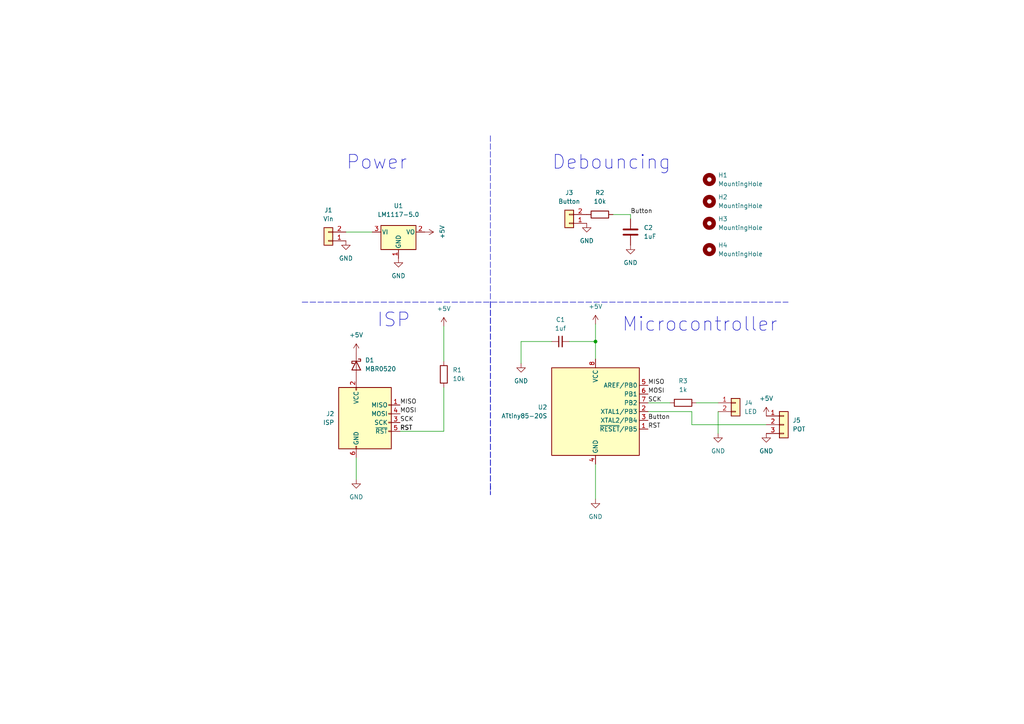
<source format=kicad_sch>
(kicad_sch (version 20211123) (generator eeschema)

  (uuid ff412a01-d20c-460f-b797-9a8c36d51ec3)

  (paper "A4")

  (lib_symbols
    (symbol "Connector:AVR-ISP-6" (pin_names (offset 1.016)) (in_bom yes) (on_board yes)
      (property "Reference" "J" (id 0) (at -6.35 11.43 0)
        (effects (font (size 1.27 1.27)) (justify left))
      )
      (property "Value" "AVR-ISP-6" (id 1) (at 0 11.43 0)
        (effects (font (size 1.27 1.27)) (justify left))
      )
      (property "Footprint" "" (id 2) (at -6.35 1.27 90)
        (effects (font (size 1.27 1.27)) hide)
      )
      (property "Datasheet" " ~" (id 3) (at -32.385 -13.97 0)
        (effects (font (size 1.27 1.27)) hide)
      )
      (property "ki_keywords" "AVR ISP Connector" (id 4) (at 0 0 0)
        (effects (font (size 1.27 1.27)) hide)
      )
      (property "ki_description" "Atmel 6-pin ISP connector" (id 5) (at 0 0 0)
        (effects (font (size 1.27 1.27)) hide)
      )
      (property "ki_fp_filters" "IDC?Header*2x03* Pin?Header*2x03*" (id 6) (at 0 0 0)
        (effects (font (size 1.27 1.27)) hide)
      )
      (symbol "AVR-ISP-6_0_1"
        (rectangle (start -2.667 -6.858) (end -2.413 -7.62)
          (stroke (width 0) (type default) (color 0 0 0 0))
          (fill (type none))
        )
        (rectangle (start -2.667 10.16) (end -2.413 9.398)
          (stroke (width 0) (type default) (color 0 0 0 0))
          (fill (type none))
        )
        (rectangle (start 7.62 -2.413) (end 6.858 -2.667)
          (stroke (width 0) (type default) (color 0 0 0 0))
          (fill (type none))
        )
        (rectangle (start 7.62 0.127) (end 6.858 -0.127)
          (stroke (width 0) (type default) (color 0 0 0 0))
          (fill (type none))
        )
        (rectangle (start 7.62 2.667) (end 6.858 2.413)
          (stroke (width 0) (type default) (color 0 0 0 0))
          (fill (type none))
        )
        (rectangle (start 7.62 5.207) (end 6.858 4.953)
          (stroke (width 0) (type default) (color 0 0 0 0))
          (fill (type none))
        )
        (rectangle (start 7.62 10.16) (end -7.62 -7.62)
          (stroke (width 0.254) (type default) (color 0 0 0 0))
          (fill (type background))
        )
      )
      (symbol "AVR-ISP-6_1_1"
        (pin passive line (at 10.16 5.08 180) (length 2.54)
          (name "MISO" (effects (font (size 1.27 1.27))))
          (number "1" (effects (font (size 1.27 1.27))))
        )
        (pin passive line (at -2.54 12.7 270) (length 2.54)
          (name "VCC" (effects (font (size 1.27 1.27))))
          (number "2" (effects (font (size 1.27 1.27))))
        )
        (pin passive line (at 10.16 0 180) (length 2.54)
          (name "SCK" (effects (font (size 1.27 1.27))))
          (number "3" (effects (font (size 1.27 1.27))))
        )
        (pin passive line (at 10.16 2.54 180) (length 2.54)
          (name "MOSI" (effects (font (size 1.27 1.27))))
          (number "4" (effects (font (size 1.27 1.27))))
        )
        (pin passive line (at 10.16 -2.54 180) (length 2.54)
          (name "~{RST}" (effects (font (size 1.27 1.27))))
          (number "5" (effects (font (size 1.27 1.27))))
        )
        (pin passive line (at -2.54 -10.16 90) (length 2.54)
          (name "GND" (effects (font (size 1.27 1.27))))
          (number "6" (effects (font (size 1.27 1.27))))
        )
      )
    )
    (symbol "Connector_Generic:Conn_01x02" (pin_names (offset 1.016) hide) (in_bom yes) (on_board yes)
      (property "Reference" "J" (id 0) (at 0 2.54 0)
        (effects (font (size 1.27 1.27)))
      )
      (property "Value" "Conn_01x02" (id 1) (at 0 -5.08 0)
        (effects (font (size 1.27 1.27)))
      )
      (property "Footprint" "" (id 2) (at 0 0 0)
        (effects (font (size 1.27 1.27)) hide)
      )
      (property "Datasheet" "~" (id 3) (at 0 0 0)
        (effects (font (size 1.27 1.27)) hide)
      )
      (property "ki_keywords" "connector" (id 4) (at 0 0 0)
        (effects (font (size 1.27 1.27)) hide)
      )
      (property "ki_description" "Generic connector, single row, 01x02, script generated (kicad-library-utils/schlib/autogen/connector/)" (id 5) (at 0 0 0)
        (effects (font (size 1.27 1.27)) hide)
      )
      (property "ki_fp_filters" "Connector*:*_1x??_*" (id 6) (at 0 0 0)
        (effects (font (size 1.27 1.27)) hide)
      )
      (symbol "Conn_01x02_1_1"
        (rectangle (start -1.27 -2.413) (end 0 -2.667)
          (stroke (width 0.1524) (type default) (color 0 0 0 0))
          (fill (type none))
        )
        (rectangle (start -1.27 0.127) (end 0 -0.127)
          (stroke (width 0.1524) (type default) (color 0 0 0 0))
          (fill (type none))
        )
        (rectangle (start -1.27 1.27) (end 1.27 -3.81)
          (stroke (width 0.254) (type default) (color 0 0 0 0))
          (fill (type background))
        )
        (pin passive line (at -5.08 0 0) (length 3.81)
          (name "Pin_1" (effects (font (size 1.27 1.27))))
          (number "1" (effects (font (size 1.27 1.27))))
        )
        (pin passive line (at -5.08 -2.54 0) (length 3.81)
          (name "Pin_2" (effects (font (size 1.27 1.27))))
          (number "2" (effects (font (size 1.27 1.27))))
        )
      )
    )
    (symbol "Connector_Generic:Conn_01x03" (pin_names (offset 1.016) hide) (in_bom yes) (on_board yes)
      (property "Reference" "J" (id 0) (at 0 5.08 0)
        (effects (font (size 1.27 1.27)))
      )
      (property "Value" "Conn_01x03" (id 1) (at 0 -5.08 0)
        (effects (font (size 1.27 1.27)))
      )
      (property "Footprint" "" (id 2) (at 0 0 0)
        (effects (font (size 1.27 1.27)) hide)
      )
      (property "Datasheet" "~" (id 3) (at 0 0 0)
        (effects (font (size 1.27 1.27)) hide)
      )
      (property "ki_keywords" "connector" (id 4) (at 0 0 0)
        (effects (font (size 1.27 1.27)) hide)
      )
      (property "ki_description" "Generic connector, single row, 01x03, script generated (kicad-library-utils/schlib/autogen/connector/)" (id 5) (at 0 0 0)
        (effects (font (size 1.27 1.27)) hide)
      )
      (property "ki_fp_filters" "Connector*:*_1x??_*" (id 6) (at 0 0 0)
        (effects (font (size 1.27 1.27)) hide)
      )
      (symbol "Conn_01x03_1_1"
        (rectangle (start -1.27 -2.413) (end 0 -2.667)
          (stroke (width 0.1524) (type default) (color 0 0 0 0))
          (fill (type none))
        )
        (rectangle (start -1.27 0.127) (end 0 -0.127)
          (stroke (width 0.1524) (type default) (color 0 0 0 0))
          (fill (type none))
        )
        (rectangle (start -1.27 2.667) (end 0 2.413)
          (stroke (width 0.1524) (type default) (color 0 0 0 0))
          (fill (type none))
        )
        (rectangle (start -1.27 3.81) (end 1.27 -3.81)
          (stroke (width 0.254) (type default) (color 0 0 0 0))
          (fill (type background))
        )
        (pin passive line (at -5.08 2.54 0) (length 3.81)
          (name "Pin_1" (effects (font (size 1.27 1.27))))
          (number "1" (effects (font (size 1.27 1.27))))
        )
        (pin passive line (at -5.08 0 0) (length 3.81)
          (name "Pin_2" (effects (font (size 1.27 1.27))))
          (number "2" (effects (font (size 1.27 1.27))))
        )
        (pin passive line (at -5.08 -2.54 0) (length 3.81)
          (name "Pin_3" (effects (font (size 1.27 1.27))))
          (number "3" (effects (font (size 1.27 1.27))))
        )
      )
    )
    (symbol "Device:C" (pin_numbers hide) (pin_names (offset 0.254)) (in_bom yes) (on_board yes)
      (property "Reference" "C" (id 0) (at 0.635 2.54 0)
        (effects (font (size 1.27 1.27)) (justify left))
      )
      (property "Value" "C" (id 1) (at 0.635 -2.54 0)
        (effects (font (size 1.27 1.27)) (justify left))
      )
      (property "Footprint" "" (id 2) (at 0.9652 -3.81 0)
        (effects (font (size 1.27 1.27)) hide)
      )
      (property "Datasheet" "~" (id 3) (at 0 0 0)
        (effects (font (size 1.27 1.27)) hide)
      )
      (property "ki_keywords" "cap capacitor" (id 4) (at 0 0 0)
        (effects (font (size 1.27 1.27)) hide)
      )
      (property "ki_description" "Unpolarized capacitor" (id 5) (at 0 0 0)
        (effects (font (size 1.27 1.27)) hide)
      )
      (property "ki_fp_filters" "C_*" (id 6) (at 0 0 0)
        (effects (font (size 1.27 1.27)) hide)
      )
      (symbol "C_0_1"
        (polyline
          (pts
            (xy -2.032 -0.762)
            (xy 2.032 -0.762)
          )
          (stroke (width 0.508) (type default) (color 0 0 0 0))
          (fill (type none))
        )
        (polyline
          (pts
            (xy -2.032 0.762)
            (xy 2.032 0.762)
          )
          (stroke (width 0.508) (type default) (color 0 0 0 0))
          (fill (type none))
        )
      )
      (symbol "C_1_1"
        (pin passive line (at 0 3.81 270) (length 2.794)
          (name "~" (effects (font (size 1.27 1.27))))
          (number "1" (effects (font (size 1.27 1.27))))
        )
        (pin passive line (at 0 -3.81 90) (length 2.794)
          (name "~" (effects (font (size 1.27 1.27))))
          (number "2" (effects (font (size 1.27 1.27))))
        )
      )
    )
    (symbol "Device:C_Small" (pin_numbers hide) (pin_names (offset 0.254) hide) (in_bom yes) (on_board yes)
      (property "Reference" "C" (id 0) (at 0.254 1.778 0)
        (effects (font (size 1.27 1.27)) (justify left))
      )
      (property "Value" "C_Small" (id 1) (at 0.254 -2.032 0)
        (effects (font (size 1.27 1.27)) (justify left))
      )
      (property "Footprint" "" (id 2) (at 0 0 0)
        (effects (font (size 1.27 1.27)) hide)
      )
      (property "Datasheet" "~" (id 3) (at 0 0 0)
        (effects (font (size 1.27 1.27)) hide)
      )
      (property "ki_keywords" "capacitor cap" (id 4) (at 0 0 0)
        (effects (font (size 1.27 1.27)) hide)
      )
      (property "ki_description" "Unpolarized capacitor, small symbol" (id 5) (at 0 0 0)
        (effects (font (size 1.27 1.27)) hide)
      )
      (property "ki_fp_filters" "C_*" (id 6) (at 0 0 0)
        (effects (font (size 1.27 1.27)) hide)
      )
      (symbol "C_Small_0_1"
        (polyline
          (pts
            (xy -1.524 -0.508)
            (xy 1.524 -0.508)
          )
          (stroke (width 0.3302) (type default) (color 0 0 0 0))
          (fill (type none))
        )
        (polyline
          (pts
            (xy -1.524 0.508)
            (xy 1.524 0.508)
          )
          (stroke (width 0.3048) (type default) (color 0 0 0 0))
          (fill (type none))
        )
      )
      (symbol "C_Small_1_1"
        (pin passive line (at 0 2.54 270) (length 2.032)
          (name "~" (effects (font (size 1.27 1.27))))
          (number "1" (effects (font (size 1.27 1.27))))
        )
        (pin passive line (at 0 -2.54 90) (length 2.032)
          (name "~" (effects (font (size 1.27 1.27))))
          (number "2" (effects (font (size 1.27 1.27))))
        )
      )
    )
    (symbol "Device:R" (pin_numbers hide) (pin_names (offset 0)) (in_bom yes) (on_board yes)
      (property "Reference" "R" (id 0) (at 2.032 0 90)
        (effects (font (size 1.27 1.27)))
      )
      (property "Value" "R" (id 1) (at 0 0 90)
        (effects (font (size 1.27 1.27)))
      )
      (property "Footprint" "" (id 2) (at -1.778 0 90)
        (effects (font (size 1.27 1.27)) hide)
      )
      (property "Datasheet" "~" (id 3) (at 0 0 0)
        (effects (font (size 1.27 1.27)) hide)
      )
      (property "ki_keywords" "R res resistor" (id 4) (at 0 0 0)
        (effects (font (size 1.27 1.27)) hide)
      )
      (property "ki_description" "Resistor" (id 5) (at 0 0 0)
        (effects (font (size 1.27 1.27)) hide)
      )
      (property "ki_fp_filters" "R_*" (id 6) (at 0 0 0)
        (effects (font (size 1.27 1.27)) hide)
      )
      (symbol "R_0_1"
        (rectangle (start -1.016 -2.54) (end 1.016 2.54)
          (stroke (width 0.254) (type default) (color 0 0 0 0))
          (fill (type none))
        )
      )
      (symbol "R_1_1"
        (pin passive line (at 0 3.81 270) (length 1.27)
          (name "~" (effects (font (size 1.27 1.27))))
          (number "1" (effects (font (size 1.27 1.27))))
        )
        (pin passive line (at 0 -3.81 90) (length 1.27)
          (name "~" (effects (font (size 1.27 1.27))))
          (number "2" (effects (font (size 1.27 1.27))))
        )
      )
    )
    (symbol "Diode:MBR0520" (pin_numbers hide) (pin_names (offset 1.016) hide) (in_bom yes) (on_board yes)
      (property "Reference" "D" (id 0) (at 0 2.54 0)
        (effects (font (size 1.27 1.27)))
      )
      (property "Value" "MBR0520" (id 1) (at 0 -2.54 0)
        (effects (font (size 1.27 1.27)))
      )
      (property "Footprint" "Diode_SMD:D_SOD-123" (id 2) (at 0 -4.445 0)
        (effects (font (size 1.27 1.27)) hide)
      )
      (property "Datasheet" "http://www.mccsemi.com/up_pdf/MBR0520~MBR0580(SOD123).pdf" (id 3) (at 0 0 0)
        (effects (font (size 1.27 1.27)) hide)
      )
      (property "ki_keywords" "diode Schottky" (id 4) (at 0 0 0)
        (effects (font (size 1.27 1.27)) hide)
      )
      (property "ki_description" "20V 0.5A Schottky Power Rectifier Diode, SOD-123" (id 5) (at 0 0 0)
        (effects (font (size 1.27 1.27)) hide)
      )
      (property "ki_fp_filters" "D*SOD?123*" (id 6) (at 0 0 0)
        (effects (font (size 1.27 1.27)) hide)
      )
      (symbol "MBR0520_0_1"
        (polyline
          (pts
            (xy 1.27 0)
            (xy -1.27 0)
          )
          (stroke (width 0) (type default) (color 0 0 0 0))
          (fill (type none))
        )
        (polyline
          (pts
            (xy 1.27 1.27)
            (xy 1.27 -1.27)
            (xy -1.27 0)
            (xy 1.27 1.27)
          )
          (stroke (width 0.254) (type default) (color 0 0 0 0))
          (fill (type none))
        )
        (polyline
          (pts
            (xy -1.905 0.635)
            (xy -1.905 1.27)
            (xy -1.27 1.27)
            (xy -1.27 -1.27)
            (xy -0.635 -1.27)
            (xy -0.635 -0.635)
          )
          (stroke (width 0.254) (type default) (color 0 0 0 0))
          (fill (type none))
        )
      )
      (symbol "MBR0520_1_1"
        (pin passive line (at -3.81 0 0) (length 2.54)
          (name "K" (effects (font (size 1.27 1.27))))
          (number "1" (effects (font (size 1.27 1.27))))
        )
        (pin passive line (at 3.81 0 180) (length 2.54)
          (name "A" (effects (font (size 1.27 1.27))))
          (number "2" (effects (font (size 1.27 1.27))))
        )
      )
    )
    (symbol "MCU_Microchip_ATtiny:ATtiny85-20S" (in_bom yes) (on_board yes)
      (property "Reference" "U" (id 0) (at -12.7 13.97 0)
        (effects (font (size 1.27 1.27)) (justify left bottom))
      )
      (property "Value" "ATtiny85-20S" (id 1) (at 2.54 -13.97 0)
        (effects (font (size 1.27 1.27)) (justify left top))
      )
      (property "Footprint" "Package_SO:SOIC-8W_5.3x5.3mm_P1.27mm" (id 2) (at 0 0 0)
        (effects (font (size 1.27 1.27) italic) hide)
      )
      (property "Datasheet" "http://ww1.microchip.com/downloads/en/DeviceDoc/atmel-2586-avr-8-bit-microcontroller-attiny25-attiny45-attiny85_datasheet.pdf" (id 3) (at 0 0 0)
        (effects (font (size 1.27 1.27)) hide)
      )
      (property "ki_keywords" "AVR 8bit Microcontroller tinyAVR" (id 4) (at 0 0 0)
        (effects (font (size 1.27 1.27)) hide)
      )
      (property "ki_description" "20MHz, 8kB Flash, 512B SRAM, 512B EEPROM, debugWIRE, SOIC-8W" (id 5) (at 0 0 0)
        (effects (font (size 1.27 1.27)) hide)
      )
      (property "ki_fp_filters" "SOIC*5.3x5.3mm*P1.27mm*" (id 6) (at 0 0 0)
        (effects (font (size 1.27 1.27)) hide)
      )
      (symbol "ATtiny85-20S_0_1"
        (rectangle (start -12.7 -12.7) (end 12.7 12.7)
          (stroke (width 0.254) (type default) (color 0 0 0 0))
          (fill (type background))
        )
      )
      (symbol "ATtiny85-20S_1_1"
        (pin bidirectional line (at 15.24 -5.08 180) (length 2.54)
          (name "~{RESET}/PB5" (effects (font (size 1.27 1.27))))
          (number "1" (effects (font (size 1.27 1.27))))
        )
        (pin bidirectional line (at 15.24 0 180) (length 2.54)
          (name "XTAL1/PB3" (effects (font (size 1.27 1.27))))
          (number "2" (effects (font (size 1.27 1.27))))
        )
        (pin bidirectional line (at 15.24 -2.54 180) (length 2.54)
          (name "XTAL2/PB4" (effects (font (size 1.27 1.27))))
          (number "3" (effects (font (size 1.27 1.27))))
        )
        (pin power_in line (at 0 -15.24 90) (length 2.54)
          (name "GND" (effects (font (size 1.27 1.27))))
          (number "4" (effects (font (size 1.27 1.27))))
        )
        (pin bidirectional line (at 15.24 7.62 180) (length 2.54)
          (name "AREF/PB0" (effects (font (size 1.27 1.27))))
          (number "5" (effects (font (size 1.27 1.27))))
        )
        (pin bidirectional line (at 15.24 5.08 180) (length 2.54)
          (name "PB1" (effects (font (size 1.27 1.27))))
          (number "6" (effects (font (size 1.27 1.27))))
        )
        (pin bidirectional line (at 15.24 2.54 180) (length 2.54)
          (name "PB2" (effects (font (size 1.27 1.27))))
          (number "7" (effects (font (size 1.27 1.27))))
        )
        (pin power_in line (at 0 15.24 270) (length 2.54)
          (name "VCC" (effects (font (size 1.27 1.27))))
          (number "8" (effects (font (size 1.27 1.27))))
        )
      )
    )
    (symbol "Mechanical:MountingHole" (pin_names (offset 1.016)) (in_bom yes) (on_board yes)
      (property "Reference" "H" (id 0) (at 0 5.08 0)
        (effects (font (size 1.27 1.27)))
      )
      (property "Value" "MountingHole" (id 1) (at 0 3.175 0)
        (effects (font (size 1.27 1.27)))
      )
      (property "Footprint" "" (id 2) (at 0 0 0)
        (effects (font (size 1.27 1.27)) hide)
      )
      (property "Datasheet" "~" (id 3) (at 0 0 0)
        (effects (font (size 1.27 1.27)) hide)
      )
      (property "ki_keywords" "mounting hole" (id 4) (at 0 0 0)
        (effects (font (size 1.27 1.27)) hide)
      )
      (property "ki_description" "Mounting Hole without connection" (id 5) (at 0 0 0)
        (effects (font (size 1.27 1.27)) hide)
      )
      (property "ki_fp_filters" "MountingHole*" (id 6) (at 0 0 0)
        (effects (font (size 1.27 1.27)) hide)
      )
      (symbol "MountingHole_0_1"
        (circle (center 0 0) (radius 1.27)
          (stroke (width 1.27) (type default) (color 0 0 0 0))
          (fill (type none))
        )
      )
    )
    (symbol "Regulator_Linear:LM1117-5.0" (pin_names (offset 0.254)) (in_bom yes) (on_board yes)
      (property "Reference" "U" (id 0) (at -3.81 3.175 0)
        (effects (font (size 1.27 1.27)))
      )
      (property "Value" "LM1117-5.0" (id 1) (at 0 3.175 0)
        (effects (font (size 1.27 1.27)) (justify left))
      )
      (property "Footprint" "" (id 2) (at 0 0 0)
        (effects (font (size 1.27 1.27)) hide)
      )
      (property "Datasheet" "http://www.ti.com/lit/ds/symlink/lm1117.pdf" (id 3) (at 0 0 0)
        (effects (font (size 1.27 1.27)) hide)
      )
      (property "ki_keywords" "linear regulator ldo fixed positive" (id 4) (at 0 0 0)
        (effects (font (size 1.27 1.27)) hide)
      )
      (property "ki_description" "800mA Low-Dropout Linear Regulator, 5.0V fixed output, TO-220/TO-252/TO-263/SOT-223" (id 5) (at 0 0 0)
        (effects (font (size 1.27 1.27)) hide)
      )
      (property "ki_fp_filters" "SOT?223* TO?263* TO?252* TO?220*" (id 6) (at 0 0 0)
        (effects (font (size 1.27 1.27)) hide)
      )
      (symbol "LM1117-5.0_0_1"
        (rectangle (start -5.08 -5.08) (end 5.08 1.905)
          (stroke (width 0.254) (type default) (color 0 0 0 0))
          (fill (type background))
        )
      )
      (symbol "LM1117-5.0_1_1"
        (pin power_in line (at 0 -7.62 90) (length 2.54)
          (name "GND" (effects (font (size 1.27 1.27))))
          (number "1" (effects (font (size 1.27 1.27))))
        )
        (pin power_out line (at 7.62 0 180) (length 2.54)
          (name "VO" (effects (font (size 1.27 1.27))))
          (number "2" (effects (font (size 1.27 1.27))))
        )
        (pin power_in line (at -7.62 0 0) (length 2.54)
          (name "VI" (effects (font (size 1.27 1.27))))
          (number "3" (effects (font (size 1.27 1.27))))
        )
      )
    )
    (symbol "power:+5V" (power) (pin_names (offset 0)) (in_bom yes) (on_board yes)
      (property "Reference" "#PWR" (id 0) (at 0 -3.81 0)
        (effects (font (size 1.27 1.27)) hide)
      )
      (property "Value" "+5V" (id 1) (at 0 3.556 0)
        (effects (font (size 1.27 1.27)))
      )
      (property "Footprint" "" (id 2) (at 0 0 0)
        (effects (font (size 1.27 1.27)) hide)
      )
      (property "Datasheet" "" (id 3) (at 0 0 0)
        (effects (font (size 1.27 1.27)) hide)
      )
      (property "ki_keywords" "power-flag" (id 4) (at 0 0 0)
        (effects (font (size 1.27 1.27)) hide)
      )
      (property "ki_description" "Power symbol creates a global label with name \"+5V\"" (id 5) (at 0 0 0)
        (effects (font (size 1.27 1.27)) hide)
      )
      (symbol "+5V_0_1"
        (polyline
          (pts
            (xy -0.762 1.27)
            (xy 0 2.54)
          )
          (stroke (width 0) (type default) (color 0 0 0 0))
          (fill (type none))
        )
        (polyline
          (pts
            (xy 0 0)
            (xy 0 2.54)
          )
          (stroke (width 0) (type default) (color 0 0 0 0))
          (fill (type none))
        )
        (polyline
          (pts
            (xy 0 2.54)
            (xy 0.762 1.27)
          )
          (stroke (width 0) (type default) (color 0 0 0 0))
          (fill (type none))
        )
      )
      (symbol "+5V_1_1"
        (pin power_in line (at 0 0 90) (length 0) hide
          (name "+5V" (effects (font (size 1.27 1.27))))
          (number "1" (effects (font (size 1.27 1.27))))
        )
      )
    )
    (symbol "power:GND" (power) (pin_names (offset 0)) (in_bom yes) (on_board yes)
      (property "Reference" "#PWR" (id 0) (at 0 -6.35 0)
        (effects (font (size 1.27 1.27)) hide)
      )
      (property "Value" "GND" (id 1) (at 0 -3.81 0)
        (effects (font (size 1.27 1.27)))
      )
      (property "Footprint" "" (id 2) (at 0 0 0)
        (effects (font (size 1.27 1.27)) hide)
      )
      (property "Datasheet" "" (id 3) (at 0 0 0)
        (effects (font (size 1.27 1.27)) hide)
      )
      (property "ki_keywords" "power-flag" (id 4) (at 0 0 0)
        (effects (font (size 1.27 1.27)) hide)
      )
      (property "ki_description" "Power symbol creates a global label with name \"GND\" , ground" (id 5) (at 0 0 0)
        (effects (font (size 1.27 1.27)) hide)
      )
      (symbol "GND_0_1"
        (polyline
          (pts
            (xy 0 0)
            (xy 0 -1.27)
            (xy 1.27 -1.27)
            (xy 0 -2.54)
            (xy -1.27 -1.27)
            (xy 0 -1.27)
          )
          (stroke (width 0) (type default) (color 0 0 0 0))
          (fill (type none))
        )
      )
      (symbol "GND_1_1"
        (pin power_in line (at 0 0 270) (length 0) hide
          (name "GND" (effects (font (size 1.27 1.27))))
          (number "1" (effects (font (size 1.27 1.27))))
        )
      )
    )
  )

  (junction (at 172.72 99.06) (diameter 0) (color 0 0 0 0)
    (uuid 4faa51cd-e3c5-49c9-afa2-3198b91973fa)
  )

  (wire (pts (xy 172.72 99.06) (xy 172.72 104.14))
    (stroke (width 0) (type default) (color 0 0 0 0))
    (uuid 02489b53-58f1-4cd9-aed1-e23c5c7b1358)
  )
  (wire (pts (xy 200.66 119.38) (xy 200.66 123.19))
    (stroke (width 0) (type default) (color 0 0 0 0))
    (uuid 027c9db5-619f-4e82-b31a-7b0636a4736c)
  )
  (wire (pts (xy 165.1 99.06) (xy 172.72 99.06))
    (stroke (width 0) (type default) (color 0 0 0 0))
    (uuid 13125c11-b076-47a0-a3fa-f7b22db44af6)
  )
  (wire (pts (xy 201.93 116.84) (xy 208.28 116.84))
    (stroke (width 0) (type default) (color 0 0 0 0))
    (uuid 1ef9f87c-cb02-4f97-8f03-c9ea7b631267)
  )
  (polyline (pts (xy 142.24 140.97) (xy 142.24 142.24))
    (stroke (width 0) (type default) (color 0 0 0 0))
    (uuid 3d301d2d-f694-4f70-ae6d-bf6e879cd27b)
  )
  (polyline (pts (xy 142.24 87.63) (xy 142.24 143.51))
    (stroke (width 0) (type default) (color 0 0 0 0))
    (uuid 3f6fb9e9-69c8-4177-a9c8-7d06132d11c3)
  )

  (wire (pts (xy 103.3236 132.7151) (xy 103.3236 139.0651))
    (stroke (width 0) (type default) (color 0 0 0 0))
    (uuid 48fe8e82-4038-4adf-a3f5-a549bcaa02ee)
  )
  (wire (pts (xy 172.72 93.98) (xy 172.72 99.06))
    (stroke (width 0) (type default) (color 0 0 0 0))
    (uuid 4bf93037-af35-447b-9d01-97a0d78fe0cc)
  )
  (wire (pts (xy 200.66 123.19) (xy 222.25 123.19))
    (stroke (width 0) (type default) (color 0 0 0 0))
    (uuid 4f1f829b-acb2-4b33-ab98-0aa7ff9e8c7f)
  )
  (wire (pts (xy 182.88 62.23) (xy 182.88 63.5))
    (stroke (width 0) (type default) (color 0 0 0 0))
    (uuid 5347582b-8b3c-47f6-a42b-e978b0d388bf)
  )
  (polyline (pts (xy 142.24 87.63) (xy 142.24 143.51))
    (stroke (width 0) (type default) (color 0 0 0 0))
    (uuid 5fdbdb92-bc32-4c4f-a7f4-d1e29008489d)
  )

  (wire (pts (xy 116.0236 125.0951) (xy 128.7236 125.0951))
    (stroke (width 0) (type default) (color 0 0 0 0))
    (uuid 6902b681-53bd-464d-90e6-c72df6ceed52)
  )
  (wire (pts (xy 100.33 67.31) (xy 107.95 67.31))
    (stroke (width 0) (type default) (color 0 0 0 0))
    (uuid 797e1a52-3d58-43a6-a4bf-66bbfa01db37)
  )
  (wire (pts (xy 128.7236 125.0951) (xy 128.7236 112.3951))
    (stroke (width 0) (type default) (color 0 0 0 0))
    (uuid 83dc57dc-d6a4-4efc-a65b-a70e7d76c3c8)
  )
  (wire (pts (xy 172.72 134.62) (xy 172.72 144.78))
    (stroke (width 0) (type default) (color 0 0 0 0))
    (uuid 9be7208b-f9b5-49fc-9bbc-90ca63c2a09a)
  )
  (wire (pts (xy 151.13 99.06) (xy 151.13 105.41))
    (stroke (width 0) (type default) (color 0 0 0 0))
    (uuid 9c18c0b3-fcb0-45a5-b476-9005d651cfa3)
  )
  (polyline (pts (xy 87.63 87.63) (xy 228.6 87.63))
    (stroke (width 0) (type default) (color 0 0 0 0))
    (uuid a1a2bba4-7c4c-4e51-896b-edb37ba1380d)
  )

  (wire (pts (xy 208.28 119.38) (xy 208.28 125.73))
    (stroke (width 0) (type default) (color 0 0 0 0))
    (uuid a96cd9b3-43ce-4fc7-b24e-19aef8d4e6a6)
  )
  (wire (pts (xy 187.96 116.84) (xy 194.31 116.84))
    (stroke (width 0) (type default) (color 0 0 0 0))
    (uuid b0461f8b-8e84-403c-be0f-d1eba533fc24)
  )
  (wire (pts (xy 177.8 62.23) (xy 182.88 62.23))
    (stroke (width 0) (type default) (color 0 0 0 0))
    (uuid bc003712-d764-4a1f-b659-a64727e89524)
  )
  (wire (pts (xy 160.02 99.06) (xy 151.13 99.06))
    (stroke (width 0) (type default) (color 0 0 0 0))
    (uuid d205e60a-4811-492c-82a8-d228e42d8427)
  )
  (wire (pts (xy 187.96 119.38) (xy 200.66 119.38))
    (stroke (width 0) (type default) (color 0 0 0 0))
    (uuid e82672d1-04b1-4369-90b6-815dc8a18d00)
  )
  (polyline (pts (xy 142.24 39.37) (xy 142.24 87.63))
    (stroke (width 0) (type default) (color 0 0 0 0))
    (uuid f1c0de6e-36ae-4af9-92ba-87d8c54fa212)
  )

  (wire (pts (xy 128.7236 94.6151) (xy 128.7236 104.7751))
    (stroke (width 0) (type default) (color 0 0 0 0))
    (uuid f9092a10-597e-4f99-ad63-86c3d7c669b1)
  )

  (text "ISP" (at 109.22 95.25 0)
    (effects (font (size 4 4)) (justify left bottom))
    (uuid 32a14b71-018d-4a91-bb59-63d74ae5450f)
  )
  (text "Microcontroller" (at 180.34 96.52 0)
    (effects (font (size 4 4)) (justify left bottom))
    (uuid 36258bef-abcb-4014-8ed6-239af0497d25)
  )
  (text "Debouncing" (at 160.02 49.53 0)
    (effects (font (size 4 4)) (justify left bottom))
    (uuid 7cd06551-89f1-428e-8491-c90df81f92a1)
  )
  (text "Power\n" (at 100.33 49.53 0)
    (effects (font (size 4 4)) (justify left bottom))
    (uuid cfbac1c8-b4da-4c4a-b10a-f5901d6de62d)
  )

  (label "MISO" (at 187.96 111.76 0)
    (effects (font (size 1.27 1.27)) (justify left bottom))
    (uuid 0cae8556-49cd-4b2b-96a3-32b56422e66c)
  )
  (label "MISO" (at 116.0236 117.4751 0)
    (effects (font (size 1.27 1.27)) (justify left bottom))
    (uuid 1b03bd0f-8e6c-46bd-8c0d-e402f53595b4)
  )
  (label "RST" (at 116.0236 125.0951 0)
    (effects (font (size 1.27 1.27)) (justify left bottom))
    (uuid 4153dac0-fd4a-4156-b9bc-b249574dacf9)
  )
  (label "MOSI" (at 116.0236 120.0151 0)
    (effects (font (size 1.27 1.27)) (justify left bottom))
    (uuid 52ad131f-582d-4b48-9683-ccf801785166)
  )
  (label "Button" (at 187.96 121.92 0)
    (effects (font (size 1.27 1.27)) (justify left bottom))
    (uuid 58a42f87-9ce6-4b66-830f-46c1ac54e3c9)
  )
  (label "MOSI" (at 187.96 114.3 0)
    (effects (font (size 1.27 1.27)) (justify left bottom))
    (uuid 9dee7d08-7ebc-414b-95b1-c42ddea3f4b1)
  )
  (label "RST" (at 116.0236 125.0951 0)
    (effects (font (size 1.27 1.27)) (justify left bottom))
    (uuid be9fcadf-3a48-4695-9a9d-d870b29398ac)
  )
  (label "Button" (at 182.88 62.23 0)
    (effects (font (size 1.27 1.27)) (justify left bottom))
    (uuid c59ec4dd-d8b5-4f1a-8eaf-18f6ecda515c)
  )
  (label "RST" (at 187.96 124.46 0)
    (effects (font (size 1.27 1.27)) (justify left bottom))
    (uuid d4057a39-d2c3-4a1c-b1bb-ebfd6e826e83)
  )
  (label "SCK" (at 187.96 116.84 0)
    (effects (font (size 1.27 1.27)) (justify left bottom))
    (uuid d879857f-2b58-459a-b752-fc0a8d6c9bb3)
  )
  (label "SCK" (at 116.0236 122.5551 0)
    (effects (font (size 1.27 1.27)) (justify left bottom))
    (uuid eadd565d-08f6-4033-b9a1-93113f66f87e)
  )

  (symbol (lib_id "Diode:MBR0520") (at 103.3236 106.0451 270) (unit 1)
    (in_bom yes) (on_board yes) (fields_autoplaced)
    (uuid 00ac3743-0c1c-4cd9-bc89-8e8d6993c435)
    (property "Reference" "D1" (id 0) (at 105.8636 104.4575 90)
      (effects (font (size 1.27 1.27)) (justify left))
    )
    (property "Value" "MBR0520" (id 1) (at 105.8636 106.9975 90)
      (effects (font (size 1.27 1.27)) (justify left))
    )
    (property "Footprint" "Diode_SMD:D_SOD-123" (id 2) (at 98.8786 106.0451 0)
      (effects (font (size 1.27 1.27)) hide)
    )
    (property "Datasheet" "http://www.mccsemi.com/up_pdf/MBR0520~MBR0580(SOD123).pdf" (id 3) (at 103.3236 106.0451 0)
      (effects (font (size 1.27 1.27)) hide)
    )
    (pin "1" (uuid 8ed0fca9-f1f8-46de-a78e-c181435d1985))
    (pin "2" (uuid bba03f53-ec48-422f-acf9-31167de8f81a))
  )

  (symbol (lib_id "Connector_Generic:Conn_01x02") (at 165.1 64.77 180) (unit 1)
    (in_bom yes) (on_board yes) (fields_autoplaced)
    (uuid 06e6d1e5-34ad-47d3-ae3d-2a89aec67080)
    (property "Reference" "J3" (id 0) (at 165.1 55.88 0))
    (property "Value" "Button" (id 1) (at 165.1 58.42 0))
    (property "Footprint" "Connector_Molex:Molex_KK-254_AE-6410-02A_1x02_P2.54mm_Vertical" (id 2) (at 165.1 64.77 0)
      (effects (font (size 1.27 1.27)) hide)
    )
    (property "Datasheet" "~" (id 3) (at 165.1 64.77 0)
      (effects (font (size 1.27 1.27)) hide)
    )
    (pin "1" (uuid 2168a2a4-8cf0-461d-acc1-095bd0a336fa))
    (pin "2" (uuid 5cad8e45-6f79-41f7-8505-7c2145bbd60a))
  )

  (symbol (lib_id "Mechanical:MountingHole") (at 205.74 52.07 0) (unit 1)
    (in_bom yes) (on_board yes) (fields_autoplaced)
    (uuid 0f4ce6ed-d258-49f1-94da-9bde61a56357)
    (property "Reference" "H1" (id 0) (at 208.28 50.7999 0)
      (effects (font (size 1.27 1.27)) (justify left))
    )
    (property "Value" "MountingHole" (id 1) (at 208.28 53.3399 0)
      (effects (font (size 1.27 1.27)) (justify left))
    )
    (property "Footprint" "MountingHole:MountingHole_3.2mm_M3" (id 2) (at 205.74 52.07 0)
      (effects (font (size 1.27 1.27)) hide)
    )
    (property "Datasheet" "~" (id 3) (at 205.74 52.07 0)
      (effects (font (size 1.27 1.27)) hide)
    )
  )

  (symbol (lib_id "Mechanical:MountingHole") (at 205.74 64.77 0) (unit 1)
    (in_bom yes) (on_board yes) (fields_autoplaced)
    (uuid 12aed512-e080-4eb4-8135-576ea2675139)
    (property "Reference" "H3" (id 0) (at 208.28 63.4999 0)
      (effects (font (size 1.27 1.27)) (justify left))
    )
    (property "Value" "MountingHole" (id 1) (at 208.28 66.0399 0)
      (effects (font (size 1.27 1.27)) (justify left))
    )
    (property "Footprint" "MountingHole:MountingHole_3.2mm_M3" (id 2) (at 205.74 64.77 0)
      (effects (font (size 1.27 1.27)) hide)
    )
    (property "Datasheet" "~" (id 3) (at 205.74 64.77 0)
      (effects (font (size 1.27 1.27)) hide)
    )
  )

  (symbol (lib_id "power:+5V") (at 172.72 93.98 0) (unit 1)
    (in_bom yes) (on_board yes) (fields_autoplaced)
    (uuid 14a80daa-8e56-4367-93cf-e979e00886e6)
    (property "Reference" "#PWR0105" (id 0) (at 172.72 97.79 0)
      (effects (font (size 1.27 1.27)) hide)
    )
    (property "Value" "+5V" (id 1) (at 172.72 88.9 0))
    (property "Footprint" "" (id 2) (at 172.72 93.98 0)
      (effects (font (size 1.27 1.27)) hide)
    )
    (property "Datasheet" "" (id 3) (at 172.72 93.98 0)
      (effects (font (size 1.27 1.27)) hide)
    )
    (pin "1" (uuid 1f8d1653-32aa-4e1f-a790-15074d8af0e6))
  )

  (symbol (lib_id "power:GND") (at 170.18 64.77 0) (unit 1)
    (in_bom yes) (on_board yes) (fields_autoplaced)
    (uuid 18376e7f-6afa-4ef4-b588-56dfa326a615)
    (property "Reference" "#PWR0107" (id 0) (at 170.18 71.12 0)
      (effects (font (size 1.27 1.27)) hide)
    )
    (property "Value" "GND" (id 1) (at 170.18 69.85 0))
    (property "Footprint" "" (id 2) (at 170.18 64.77 0)
      (effects (font (size 1.27 1.27)) hide)
    )
    (property "Datasheet" "" (id 3) (at 170.18 64.77 0)
      (effects (font (size 1.27 1.27)) hide)
    )
    (pin "1" (uuid 98ea0ed3-8b40-4ac0-bf9b-119ee44c98ae))
  )

  (symbol (lib_id "power:+5V") (at 128.7236 94.6151 0) (unit 1)
    (in_bom yes) (on_board yes) (fields_autoplaced)
    (uuid 19f0eb37-c2a7-40da-9fc4-f610503eea6c)
    (property "Reference" "#PWR0111" (id 0) (at 128.7236 98.4251 0)
      (effects (font (size 1.27 1.27)) hide)
    )
    (property "Value" "+5V" (id 1) (at 128.7236 89.5351 0))
    (property "Footprint" "" (id 2) (at 128.7236 94.6151 0)
      (effects (font (size 1.27 1.27)) hide)
    )
    (property "Datasheet" "" (id 3) (at 128.7236 94.6151 0)
      (effects (font (size 1.27 1.27)) hide)
    )
    (pin "1" (uuid 2c24358b-a64a-48ae-8d0a-5e827e69acd9))
  )

  (symbol (lib_id "Device:R") (at 128.7236 108.5851 0) (unit 1)
    (in_bom yes) (on_board yes) (fields_autoplaced)
    (uuid 1c64cde4-8e0b-455c-a426-061d3f6640ef)
    (property "Reference" "R1" (id 0) (at 131.2636 107.315 0)
      (effects (font (size 1.27 1.27)) (justify left))
    )
    (property "Value" "10k" (id 1) (at 131.2636 109.855 0)
      (effects (font (size 1.27 1.27)) (justify left))
    )
    (property "Footprint" "Resistor_SMD:R_0805_2012Metric_Pad1.20x1.40mm_HandSolder" (id 2) (at 126.9456 108.5851 90)
      (effects (font (size 1.27 1.27)) hide)
    )
    (property "Datasheet" "~" (id 3) (at 128.7236 108.5851 0)
      (effects (font (size 1.27 1.27)) hide)
    )
    (pin "1" (uuid 459cb62d-c9ff-4f40-8a29-01662cfe43bb))
    (pin "2" (uuid cb58d2c3-483c-440f-994e-e9bab453b1c9))
  )

  (symbol (lib_id "power:GND") (at 151.13 105.41 0) (unit 1)
    (in_bom yes) (on_board yes) (fields_autoplaced)
    (uuid 1d90b732-f906-4168-8a49-649a369ec513)
    (property "Reference" "#PWR0108" (id 0) (at 151.13 111.76 0)
      (effects (font (size 1.27 1.27)) hide)
    )
    (property "Value" "GND" (id 1) (at 151.13 110.49 0))
    (property "Footprint" "" (id 2) (at 151.13 105.41 0)
      (effects (font (size 1.27 1.27)) hide)
    )
    (property "Datasheet" "" (id 3) (at 151.13 105.41 0)
      (effects (font (size 1.27 1.27)) hide)
    )
    (pin "1" (uuid f4bcf4b2-594f-4f5d-97ee-8f8b9cbbd4fa))
  )

  (symbol (lib_id "power:GND") (at 182.88 71.12 0) (unit 1)
    (in_bom yes) (on_board yes) (fields_autoplaced)
    (uuid 1fe8a147-cf7c-4767-aba8-5af986be3164)
    (property "Reference" "#PWR0106" (id 0) (at 182.88 77.47 0)
      (effects (font (size 1.27 1.27)) hide)
    )
    (property "Value" "GND" (id 1) (at 182.88 76.2 0))
    (property "Footprint" "" (id 2) (at 182.88 71.12 0)
      (effects (font (size 1.27 1.27)) hide)
    )
    (property "Datasheet" "" (id 3) (at 182.88 71.12 0)
      (effects (font (size 1.27 1.27)) hide)
    )
    (pin "1" (uuid a1b845ca-2f9d-4ebe-a0a5-f52483a3c5bb))
  )

  (symbol (lib_id "Regulator_Linear:LM1117-5.0") (at 115.57 67.31 0) (unit 1)
    (in_bom yes) (on_board yes) (fields_autoplaced)
    (uuid 3004db1a-85ba-457e-9b5f-1372f6cb7c58)
    (property "Reference" "U1" (id 0) (at 115.57 59.69 0))
    (property "Value" "LM1117-5.0" (id 1) (at 115.57 62.23 0))
    (property "Footprint" "Package_TO_SOT_SMD:SOT-223" (id 2) (at 115.57 67.31 0)
      (effects (font (size 1.27 1.27)) hide)
    )
    (property "Datasheet" "http://www.ti.com/lit/ds/symlink/lm1117.pdf" (id 3) (at 115.57 67.31 0)
      (effects (font (size 1.27 1.27)) hide)
    )
    (pin "1" (uuid 2e18d68e-6c92-4aaf-a157-8405469f354d))
    (pin "2" (uuid 11e47a9d-ed81-4bfb-8bf5-c32cc907b400))
    (pin "3" (uuid 6dc891c7-cae6-435d-aa09-fd0b885be946))
  )

  (symbol (lib_id "Connector:AVR-ISP-6") (at 105.8636 122.5551 0) (unit 1)
    (in_bom yes) (on_board yes) (fields_autoplaced)
    (uuid 38b2ba69-cf86-4a53-a8bd-56f86c5e88b3)
    (property "Reference" "J2" (id 0) (at 96.9736 120.015 0)
      (effects (font (size 1.27 1.27)) (justify right))
    )
    (property "Value" "ISP" (id 1) (at 96.9736 122.555 0)
      (effects (font (size 1.27 1.27)) (justify right))
    )
    (property "Footprint" "Connector_IDC:IDC-Header_2x03_P2.54mm_Vertical" (id 2) (at 99.5136 121.2851 90)
      (effects (font (size 1.27 1.27)) hide)
    )
    (property "Datasheet" " ~" (id 3) (at 73.4786 136.5251 0)
      (effects (font (size 1.27 1.27)) hide)
    )
    (pin "1" (uuid 82d10ba4-6ffc-4eca-9008-89c8e7c24e7c))
    (pin "2" (uuid 3123d9a4-c59b-4f75-b317-36e74e3c2667))
    (pin "3" (uuid 9970ec17-28af-4dc4-a741-08c748119b84))
    (pin "4" (uuid b32b07ac-bc21-4f28-88d6-ddad2fd1c9e1))
    (pin "5" (uuid 29b4c726-bd09-495b-a748-a686f627a7a4))
    (pin "6" (uuid defbb076-61b6-49bb-a077-e4733edd9ebd))
  )

  (symbol (lib_id "Connector_Generic:Conn_01x03") (at 227.33 123.19 0) (unit 1)
    (in_bom yes) (on_board yes) (fields_autoplaced)
    (uuid 4a7e0eed-5b77-43d2-bea2-5b04301916e2)
    (property "Reference" "J5" (id 0) (at 229.87 121.9199 0)
      (effects (font (size 1.27 1.27)) (justify left))
    )
    (property "Value" "POT" (id 1) (at 229.87 124.4599 0)
      (effects (font (size 1.27 1.27)) (justify left))
    )
    (property "Footprint" "Connector_Molex:Molex_KK-254_AE-6410-03A_1x03_P2.54mm_Vertical" (id 2) (at 227.33 123.19 0)
      (effects (font (size 1.27 1.27)) hide)
    )
    (property "Datasheet" "~" (id 3) (at 227.33 123.19 0)
      (effects (font (size 1.27 1.27)) hide)
    )
    (pin "1" (uuid 28706fa1-662f-408c-aa3e-ac226fcdb1f8))
    (pin "2" (uuid 51549cdf-7771-47b6-a382-58c57792c86a))
    (pin "3" (uuid 92ad6bb7-86b9-44c8-b712-dd83783de249))
  )

  (symbol (lib_id "Connector_Generic:Conn_01x02") (at 95.25 69.85 180) (unit 1)
    (in_bom yes) (on_board yes) (fields_autoplaced)
    (uuid 4c1023ab-93ec-4e3b-91ec-f0e085e5ee05)
    (property "Reference" "J1" (id 0) (at 95.25 60.96 0))
    (property "Value" "Vin" (id 1) (at 95.25 63.5 0))
    (property "Footprint" "Connector_Molex:Molex_KK-254_AE-6410-02A_1x02_P2.54mm_Vertical" (id 2) (at 95.25 69.85 0)
      (effects (font (size 1.27 1.27)) hide)
    )
    (property "Datasheet" "~" (id 3) (at 95.25 69.85 0)
      (effects (font (size 1.27 1.27)) hide)
    )
    (pin "1" (uuid f39bf857-289a-44d9-858e-518070c4aaf6))
    (pin "2" (uuid 941d21c5-db96-4d1a-ae2b-72c1d87ecdbe))
  )

  (symbol (lib_id "power:GND") (at 100.33 69.85 0) (unit 1)
    (in_bom yes) (on_board yes) (fields_autoplaced)
    (uuid 54e1e453-b3b8-4d6d-b297-2aeaa3ac2ec1)
    (property "Reference" "#PWR0114" (id 0) (at 100.33 76.2 0)
      (effects (font (size 1.27 1.27)) hide)
    )
    (property "Value" "GND" (id 1) (at 100.33 74.93 0))
    (property "Footprint" "" (id 2) (at 100.33 69.85 0)
      (effects (font (size 1.27 1.27)) hide)
    )
    (property "Datasheet" "" (id 3) (at 100.33 69.85 0)
      (effects (font (size 1.27 1.27)) hide)
    )
    (pin "1" (uuid a783a398-4bff-4b8a-a745-776d6880c20e))
  )

  (symbol (lib_id "power:+5V") (at 123.19 67.31 270) (unit 1)
    (in_bom yes) (on_board yes) (fields_autoplaced)
    (uuid 5d5a106b-385f-4bdd-87b0-c6fb3fb55b03)
    (property "Reference" "#PWR0113" (id 0) (at 119.38 67.31 0)
      (effects (font (size 1.27 1.27)) hide)
    )
    (property "Value" "+5V" (id 1) (at 128.27 67.31 0))
    (property "Footprint" "" (id 2) (at 123.19 67.31 0)
      (effects (font (size 1.27 1.27)) hide)
    )
    (property "Datasheet" "" (id 3) (at 123.19 67.31 0)
      (effects (font (size 1.27 1.27)) hide)
    )
    (pin "1" (uuid ada2dffc-8762-486f-a4de-05bcd356e4e9))
  )

  (symbol (lib_id "power:GND") (at 115.57 74.93 0) (unit 1)
    (in_bom yes) (on_board yes) (fields_autoplaced)
    (uuid 63dacb9f-f894-4539-b7e0-74b93bdf7e15)
    (property "Reference" "#PWR0112" (id 0) (at 115.57 81.28 0)
      (effects (font (size 1.27 1.27)) hide)
    )
    (property "Value" "GND" (id 1) (at 115.57 80.01 0))
    (property "Footprint" "" (id 2) (at 115.57 74.93 0)
      (effects (font (size 1.27 1.27)) hide)
    )
    (property "Datasheet" "" (id 3) (at 115.57 74.93 0)
      (effects (font (size 1.27 1.27)) hide)
    )
    (pin "1" (uuid c69b17a4-73c3-4037-836e-0a7a1aff4e51))
  )

  (symbol (lib_id "Mechanical:MountingHole") (at 205.74 72.39 0) (unit 1)
    (in_bom yes) (on_board yes) (fields_autoplaced)
    (uuid 65098c31-a7bd-4521-a4b4-175306ca9f29)
    (property "Reference" "H4" (id 0) (at 208.28 71.1199 0)
      (effects (font (size 1.27 1.27)) (justify left))
    )
    (property "Value" "MountingHole" (id 1) (at 208.28 73.6599 0)
      (effects (font (size 1.27 1.27)) (justify left))
    )
    (property "Footprint" "MountingHole:MountingHole_3.2mm_M3" (id 2) (at 205.74 72.39 0)
      (effects (font (size 1.27 1.27)) hide)
    )
    (property "Datasheet" "~" (id 3) (at 205.74 72.39 0)
      (effects (font (size 1.27 1.27)) hide)
    )
  )

  (symbol (lib_id "Mechanical:MountingHole") (at 205.74 58.42 0) (unit 1)
    (in_bom yes) (on_board yes) (fields_autoplaced)
    (uuid 65e37513-bc76-4d44-84bd-d56c5b8fb4ae)
    (property "Reference" "H2" (id 0) (at 208.28 57.1499 0)
      (effects (font (size 1.27 1.27)) (justify left))
    )
    (property "Value" "MountingHole" (id 1) (at 208.28 59.6899 0)
      (effects (font (size 1.27 1.27)) (justify left))
    )
    (property "Footprint" "MountingHole:MountingHole_3.2mm_M3" (id 2) (at 205.74 58.42 0)
      (effects (font (size 1.27 1.27)) hide)
    )
    (property "Datasheet" "~" (id 3) (at 205.74 58.42 0)
      (effects (font (size 1.27 1.27)) hide)
    )
  )

  (symbol (lib_id "power:GND") (at 103.3236 139.0651 0) (unit 1)
    (in_bom yes) (on_board yes) (fields_autoplaced)
    (uuid 74127e7a-06f6-4261-857a-93c3db73336a)
    (property "Reference" "#PWR0109" (id 0) (at 103.3236 145.4151 0)
      (effects (font (size 1.27 1.27)) hide)
    )
    (property "Value" "GND" (id 1) (at 103.3236 144.1451 0))
    (property "Footprint" "" (id 2) (at 103.3236 139.0651 0)
      (effects (font (size 1.27 1.27)) hide)
    )
    (property "Datasheet" "" (id 3) (at 103.3236 139.0651 0)
      (effects (font (size 1.27 1.27)) hide)
    )
    (pin "1" (uuid 578788c3-c1ec-4d92-b0f2-2276bbe8ebe9))
  )

  (symbol (lib_id "Device:C_Small") (at 162.56 99.06 90) (unit 1)
    (in_bom yes) (on_board yes) (fields_autoplaced)
    (uuid 79b9ffb5-7233-4088-96cf-3b1a116ca8a1)
    (property "Reference" "C1" (id 0) (at 162.5663 92.71 90))
    (property "Value" "1uf" (id 1) (at 162.5663 95.25 90))
    (property "Footprint" "Capacitor_SMD:C_0805_2012Metric_Pad1.18x1.45mm_HandSolder" (id 2) (at 162.56 99.06 0)
      (effects (font (size 1.27 1.27)) hide)
    )
    (property "Datasheet" "~" (id 3) (at 162.56 99.06 0)
      (effects (font (size 1.27 1.27)) hide)
    )
    (pin "1" (uuid 39e0c8aa-f1e9-48e0-ae2c-91c159d5a306))
    (pin "2" (uuid 8518bac3-bd93-438e-aec3-8284bdf30c07))
  )

  (symbol (lib_id "Device:R") (at 198.12 116.84 90) (unit 1)
    (in_bom yes) (on_board yes) (fields_autoplaced)
    (uuid 7fae7860-1890-48af-9b25-4496742058b8)
    (property "Reference" "R3" (id 0) (at 198.12 110.49 90))
    (property "Value" "1k" (id 1) (at 198.12 113.03 90))
    (property "Footprint" "Resistor_SMD:R_0805_2012Metric_Pad1.20x1.40mm_HandSolder" (id 2) (at 198.12 118.618 90)
      (effects (font (size 1.27 1.27)) hide)
    )
    (property "Datasheet" "~" (id 3) (at 198.12 116.84 0)
      (effects (font (size 1.27 1.27)) hide)
    )
    (pin "1" (uuid 3803b0f6-ec43-4908-ae8d-b29abe92ba59))
    (pin "2" (uuid 0a9798d1-2e79-438b-bc01-0a8f62d59b78))
  )

  (symbol (lib_id "MCU_Microchip_ATtiny:ATtiny85-20S") (at 172.72 119.38 0) (unit 1)
    (in_bom yes) (on_board yes) (fields_autoplaced)
    (uuid 86d520c5-8b63-45d7-9f80-e2cc613d454a)
    (property "Reference" "U2" (id 0) (at 158.75 118.1099 0)
      (effects (font (size 1.27 1.27)) (justify right))
    )
    (property "Value" "ATtiny85-20S" (id 1) (at 158.75 120.6499 0)
      (effects (font (size 1.27 1.27)) (justify right))
    )
    (property "Footprint" "Package_SO:SOIC-8W_5.3x5.3mm_P1.27mm" (id 2) (at 172.72 119.38 0)
      (effects (font (size 1.27 1.27) italic) hide)
    )
    (property "Datasheet" "http://ww1.microchip.com/downloads/en/DeviceDoc/atmel-2586-avr-8-bit-microcontroller-attiny25-attiny45-attiny85_datasheet.pdf" (id 3) (at 172.72 119.38 0)
      (effects (font (size 1.27 1.27)) hide)
    )
    (pin "1" (uuid 82f70c41-0122-405e-be20-0990f659807f))
    (pin "2" (uuid 73b33187-f3c7-49ab-92a3-03a588842187))
    (pin "3" (uuid 35f9a72e-b06f-453d-b859-1b47e510e497))
    (pin "4" (uuid 0b74181d-b83d-4942-b7c5-7b6fff497c73))
    (pin "5" (uuid e963aca5-459b-41e6-b981-faae8752dac9))
    (pin "6" (uuid 12a4f2dd-f099-4473-9a5f-bee6ad73d344))
    (pin "7" (uuid 4354e0de-9381-4082-bb40-bc366f0beb18))
    (pin "8" (uuid 1a66a81c-599b-4722-a05f-7528c41964f7))
  )

  (symbol (lib_id "Connector_Generic:Conn_01x02") (at 213.36 116.84 0) (unit 1)
    (in_bom yes) (on_board yes) (fields_autoplaced)
    (uuid 90d7ca48-95f1-4e85-8b37-6145d856217d)
    (property "Reference" "J4" (id 0) (at 215.9 116.8399 0)
      (effects (font (size 1.27 1.27)) (justify left))
    )
    (property "Value" "LED" (id 1) (at 215.9 119.3799 0)
      (effects (font (size 1.27 1.27)) (justify left))
    )
    (property "Footprint" "Connector_Molex:Molex_KK-254_AE-6410-02A_1x02_P2.54mm_Vertical" (id 2) (at 213.36 116.84 0)
      (effects (font (size 1.27 1.27)) hide)
    )
    (property "Datasheet" "~" (id 3) (at 213.36 116.84 0)
      (effects (font (size 1.27 1.27)) hide)
    )
    (pin "1" (uuid 6f26db07-ff33-4d85-b89c-b18954b35d73))
    (pin "2" (uuid 187553bf-3c71-4933-b950-e394b6ba44f4))
  )

  (symbol (lib_id "power:GND") (at 172.72 144.78 0) (unit 1)
    (in_bom yes) (on_board yes) (fields_autoplaced)
    (uuid 935dca76-2ada-49aa-8660-8d9d17a44390)
    (property "Reference" "#PWR0103" (id 0) (at 172.72 151.13 0)
      (effects (font (size 1.27 1.27)) hide)
    )
    (property "Value" "GND" (id 1) (at 172.72 149.86 0))
    (property "Footprint" "" (id 2) (at 172.72 144.78 0)
      (effects (font (size 1.27 1.27)) hide)
    )
    (property "Datasheet" "" (id 3) (at 172.72 144.78 0)
      (effects (font (size 1.27 1.27)) hide)
    )
    (pin "1" (uuid cc5a1a17-9589-4de6-b903-cb90a6c566a5))
  )

  (symbol (lib_id "power:GND") (at 208.28 125.73 0) (unit 1)
    (in_bom yes) (on_board yes) (fields_autoplaced)
    (uuid b06435c3-318b-42b3-98f0-93609ae300a3)
    (property "Reference" "#PWR0104" (id 0) (at 208.28 132.08 0)
      (effects (font (size 1.27 1.27)) hide)
    )
    (property "Value" "GND" (id 1) (at 208.28 130.81 0))
    (property "Footprint" "" (id 2) (at 208.28 125.73 0)
      (effects (font (size 1.27 1.27)) hide)
    )
    (property "Datasheet" "" (id 3) (at 208.28 125.73 0)
      (effects (font (size 1.27 1.27)) hide)
    )
    (pin "1" (uuid af83738b-e7c4-44f4-b699-68d7f57965b0))
  )

  (symbol (lib_id "power:+5V") (at 222.25 120.65 0) (unit 1)
    (in_bom yes) (on_board yes) (fields_autoplaced)
    (uuid cd9138d7-0e27-4d52-bf7b-99d6dce5f59d)
    (property "Reference" "#PWR0102" (id 0) (at 222.25 124.46 0)
      (effects (font (size 1.27 1.27)) hide)
    )
    (property "Value" "+5V" (id 1) (at 222.25 115.57 0))
    (property "Footprint" "" (id 2) (at 222.25 120.65 0)
      (effects (font (size 1.27 1.27)) hide)
    )
    (property "Datasheet" "" (id 3) (at 222.25 120.65 0)
      (effects (font (size 1.27 1.27)) hide)
    )
    (pin "1" (uuid 441f292b-d2ae-4bd3-a4ba-cf116eb3cbce))
  )

  (symbol (lib_id "power:+5V") (at 103.3236 102.2351 0) (unit 1)
    (in_bom yes) (on_board yes) (fields_autoplaced)
    (uuid d1cfdd77-d75a-4384-adde-08c414199dfc)
    (property "Reference" "#PWR0110" (id 0) (at 103.3236 106.0451 0)
      (effects (font (size 1.27 1.27)) hide)
    )
    (property "Value" "+5V" (id 1) (at 103.3236 97.1551 0))
    (property "Footprint" "" (id 2) (at 103.3236 102.2351 0)
      (effects (font (size 1.27 1.27)) hide)
    )
    (property "Datasheet" "" (id 3) (at 103.3236 102.2351 0)
      (effects (font (size 1.27 1.27)) hide)
    )
    (pin "1" (uuid fd12ccda-c13e-46c3-b7ca-6771e60a65f5))
  )

  (symbol (lib_id "power:GND") (at 222.25 125.73 0) (unit 1)
    (in_bom yes) (on_board yes) (fields_autoplaced)
    (uuid d82506ba-b2c8-434d-8597-1ae75d45c892)
    (property "Reference" "#PWR0101" (id 0) (at 222.25 132.08 0)
      (effects (font (size 1.27 1.27)) hide)
    )
    (property "Value" "GND" (id 1) (at 222.25 130.81 0))
    (property "Footprint" "" (id 2) (at 222.25 125.73 0)
      (effects (font (size 1.27 1.27)) hide)
    )
    (property "Datasheet" "" (id 3) (at 222.25 125.73 0)
      (effects (font (size 1.27 1.27)) hide)
    )
    (pin "1" (uuid fe810247-f454-4341-b7aa-a0199097987e))
  )

  (symbol (lib_id "Device:C") (at 182.88 67.31 0) (unit 1)
    (in_bom yes) (on_board yes) (fields_autoplaced)
    (uuid de2bb593-52f2-4823-bc04-0fb072f7e34b)
    (property "Reference" "C2" (id 0) (at 186.69 66.0399 0)
      (effects (font (size 1.27 1.27)) (justify left))
    )
    (property "Value" "1uF" (id 1) (at 186.69 68.5799 0)
      (effects (font (size 1.27 1.27)) (justify left))
    )
    (property "Footprint" "Capacitor_SMD:C_0805_2012Metric_Pad1.18x1.45mm_HandSolder" (id 2) (at 183.8452 71.12 0)
      (effects (font (size 1.27 1.27)) hide)
    )
    (property "Datasheet" "~" (id 3) (at 182.88 67.31 0)
      (effects (font (size 1.27 1.27)) hide)
    )
    (pin "1" (uuid e6c2bffe-9af0-44e1-ae35-00cd29b2947a))
    (pin "2" (uuid 50aafeb6-7d7e-4d46-bd54-89ea2023af45))
  )

  (symbol (lib_id "Device:R") (at 173.99 62.23 90) (unit 1)
    (in_bom yes) (on_board yes) (fields_autoplaced)
    (uuid de445529-ce21-4ceb-b509-db8b0448af5e)
    (property "Reference" "R2" (id 0) (at 173.99 55.88 90))
    (property "Value" "10k" (id 1) (at 173.99 58.42 90))
    (property "Footprint" "Resistor_SMD:R_0805_2012Metric_Pad1.20x1.40mm_HandSolder" (id 2) (at 173.99 64.008 90)
      (effects (font (size 1.27 1.27)) hide)
    )
    (property "Datasheet" "~" (id 3) (at 173.99 62.23 0)
      (effects (font (size 1.27 1.27)) hide)
    )
    (pin "1" (uuid 06c9a2e2-09e5-41a3-889d-1fe591ccc162))
    (pin "2" (uuid 7781c70e-495d-4f18-9ff4-a48a375d1464))
  )

  (sheet_instances
    (path "/" (page "1"))
  )

  (symbol_instances
    (path "/d82506ba-b2c8-434d-8597-1ae75d45c892"
      (reference "#PWR0101") (unit 1) (value "GND") (footprint "")
    )
    (path "/cd9138d7-0e27-4d52-bf7b-99d6dce5f59d"
      (reference "#PWR0102") (unit 1) (value "+5V") (footprint "")
    )
    (path "/935dca76-2ada-49aa-8660-8d9d17a44390"
      (reference "#PWR0103") (unit 1) (value "GND") (footprint "")
    )
    (path "/b06435c3-318b-42b3-98f0-93609ae300a3"
      (reference "#PWR0104") (unit 1) (value "GND") (footprint "")
    )
    (path "/14a80daa-8e56-4367-93cf-e979e00886e6"
      (reference "#PWR0105") (unit 1) (value "+5V") (footprint "")
    )
    (path "/1fe8a147-cf7c-4767-aba8-5af986be3164"
      (reference "#PWR0106") (unit 1) (value "GND") (footprint "")
    )
    (path "/18376e7f-6afa-4ef4-b588-56dfa326a615"
      (reference "#PWR0107") (unit 1) (value "GND") (footprint "")
    )
    (path "/1d90b732-f906-4168-8a49-649a369ec513"
      (reference "#PWR0108") (unit 1) (value "GND") (footprint "")
    )
    (path "/74127e7a-06f6-4261-857a-93c3db73336a"
      (reference "#PWR0109") (unit 1) (value "GND") (footprint "")
    )
    (path "/d1cfdd77-d75a-4384-adde-08c414199dfc"
      (reference "#PWR0110") (unit 1) (value "+5V") (footprint "")
    )
    (path "/19f0eb37-c2a7-40da-9fc4-f610503eea6c"
      (reference "#PWR0111") (unit 1) (value "+5V") (footprint "")
    )
    (path "/63dacb9f-f894-4539-b7e0-74b93bdf7e15"
      (reference "#PWR0112") (unit 1) (value "GND") (footprint "")
    )
    (path "/5d5a106b-385f-4bdd-87b0-c6fb3fb55b03"
      (reference "#PWR0113") (unit 1) (value "+5V") (footprint "")
    )
    (path "/54e1e453-b3b8-4d6d-b297-2aeaa3ac2ec1"
      (reference "#PWR0114") (unit 1) (value "GND") (footprint "")
    )
    (path "/79b9ffb5-7233-4088-96cf-3b1a116ca8a1"
      (reference "C1") (unit 1) (value "1uf") (footprint "Capacitor_SMD:C_0805_2012Metric_Pad1.18x1.45mm_HandSolder")
    )
    (path "/de2bb593-52f2-4823-bc04-0fb072f7e34b"
      (reference "C2") (unit 1) (value "1uF") (footprint "Capacitor_SMD:C_0805_2012Metric_Pad1.18x1.45mm_HandSolder")
    )
    (path "/00ac3743-0c1c-4cd9-bc89-8e8d6993c435"
      (reference "D1") (unit 1) (value "MBR0520") (footprint "Diode_SMD:D_SOD-123")
    )
    (path "/0f4ce6ed-d258-49f1-94da-9bde61a56357"
      (reference "H1") (unit 1) (value "MountingHole") (footprint "MountingHole:MountingHole_3.2mm_M3")
    )
    (path "/65e37513-bc76-4d44-84bd-d56c5b8fb4ae"
      (reference "H2") (unit 1) (value "MountingHole") (footprint "MountingHole:MountingHole_3.2mm_M3")
    )
    (path "/12aed512-e080-4eb4-8135-576ea2675139"
      (reference "H3") (unit 1) (value "MountingHole") (footprint "MountingHole:MountingHole_3.2mm_M3")
    )
    (path "/65098c31-a7bd-4521-a4b4-175306ca9f29"
      (reference "H4") (unit 1) (value "MountingHole") (footprint "MountingHole:MountingHole_3.2mm_M3")
    )
    (path "/4c1023ab-93ec-4e3b-91ec-f0e085e5ee05"
      (reference "J1") (unit 1) (value "Vin") (footprint "Connector_Molex:Molex_KK-254_AE-6410-02A_1x02_P2.54mm_Vertical")
    )
    (path "/38b2ba69-cf86-4a53-a8bd-56f86c5e88b3"
      (reference "J2") (unit 1) (value "ISP") (footprint "Connector_IDC:IDC-Header_2x03_P2.54mm_Vertical")
    )
    (path "/06e6d1e5-34ad-47d3-ae3d-2a89aec67080"
      (reference "J3") (unit 1) (value "Button") (footprint "Connector_Molex:Molex_KK-254_AE-6410-02A_1x02_P2.54mm_Vertical")
    )
    (path "/90d7ca48-95f1-4e85-8b37-6145d856217d"
      (reference "J4") (unit 1) (value "LED") (footprint "Connector_Molex:Molex_KK-254_AE-6410-02A_1x02_P2.54mm_Vertical")
    )
    (path "/4a7e0eed-5b77-43d2-bea2-5b04301916e2"
      (reference "J5") (unit 1) (value "POT") (footprint "Connector_Molex:Molex_KK-254_AE-6410-03A_1x03_P2.54mm_Vertical")
    )
    (path "/1c64cde4-8e0b-455c-a426-061d3f6640ef"
      (reference "R1") (unit 1) (value "10k") (footprint "Resistor_SMD:R_0805_2012Metric_Pad1.20x1.40mm_HandSolder")
    )
    (path "/de445529-ce21-4ceb-b509-db8b0448af5e"
      (reference "R2") (unit 1) (value "10k") (footprint "Resistor_SMD:R_0805_2012Metric_Pad1.20x1.40mm_HandSolder")
    )
    (path "/7fae7860-1890-48af-9b25-4496742058b8"
      (reference "R3") (unit 1) (value "1k") (footprint "Resistor_SMD:R_0805_2012Metric_Pad1.20x1.40mm_HandSolder")
    )
    (path "/3004db1a-85ba-457e-9b5f-1372f6cb7c58"
      (reference "U1") (unit 1) (value "LM1117-5.0") (footprint "Package_TO_SOT_SMD:SOT-223")
    )
    (path "/86d520c5-8b63-45d7-9f80-e2cc613d454a"
      (reference "U2") (unit 1) (value "ATtiny85-20S") (footprint "Package_SO:SOIC-8W_5.3x5.3mm_P1.27mm")
    )
  )
)

</source>
